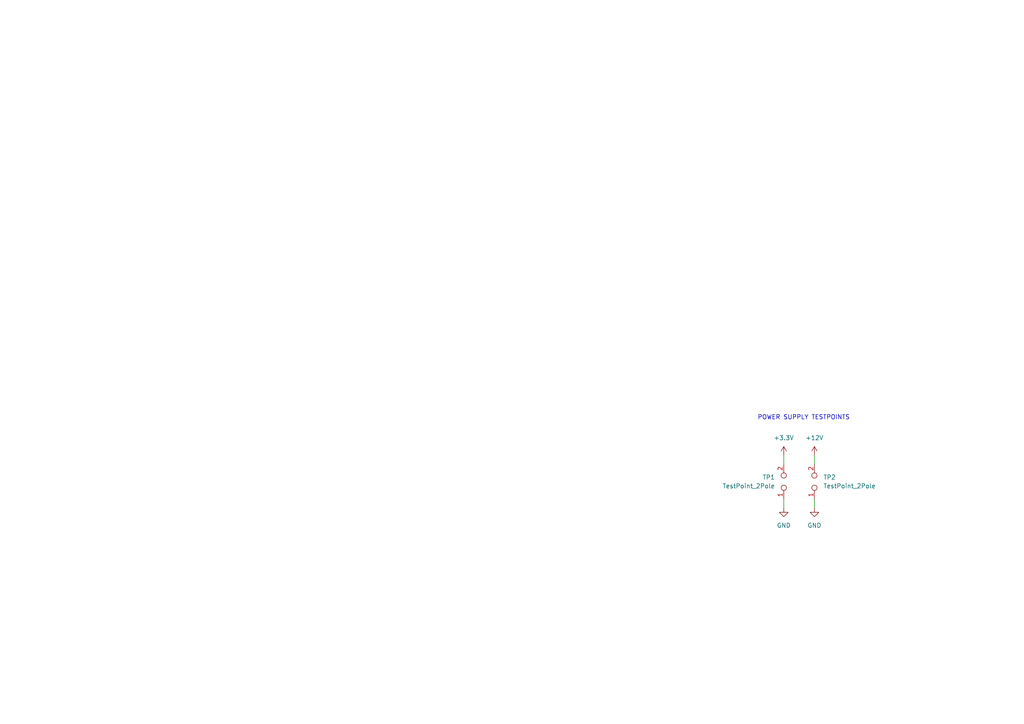
<source format=kicad_sch>
(kicad_sch (version 20230121) (generator eeschema)
  (paper "A4")
  (lib_symbols
    (symbol "Connector:TestPoint_2Pole" (pin_names (offset 0.762) hide)
      (property "Reference" "TP" (at 0 1.524 0))
      (property "Value" "TestPoint_2Pole" (at 0 -1.778 0))
      (symbol "TestPoint_2Pole_0_1"
        (circle (center -1.778 0) (radius 0.762))
        (circle (center 1.778 0) (radius 0.762))
        (pin passive line (at -5.08 0 0) (length 2.54) (name "1") (number "1"))
        (pin passive line (at 5.08 0 180) (length 2.54) (name "2") (number "2"))
      )
    )
    (symbol "power:+12V" (power) (pin_names (offset 0))
      (property "Value" "+12V" (at 0 3.556 0))
      (symbol "+12V_0_1"
        (polyline (pts (xy -0.762 1.27) (xy 0 2.54)))
        (polyline (pts (xy 0 0) (xy 0 2.54)))
        (polyline (pts (xy 0 2.54) (xy 0.762 1.27)))
      )
      (symbol "+12V_1_1"
        (pin power_in line (at 0 0 90) (length 0) hide (name "+12V") (number "1"))
      )
    )
    (symbol "power:+3.3V" (power) (pin_names (offset 0))
      (property "Value" "+3.3V" (at 0 3.556 0))
      (symbol "+3.3V_0_1"
        (polyline (pts (xy -0.762 1.27) (xy 0 2.54)))
        (polyline (pts (xy 0 0) (xy 0 2.54)))
        (polyline (pts (xy 0 2.54) (xy 0.762 1.27)))
      )
      (symbol "+3.3V_1_1"
        (pin power_in line (at 0 0 90) (length 0) hide (name "+3.3V") (number "1"))
      )
    )
    (symbol "power:GND" (power) (pin_names (offset 0))
      (property "Value" "GND" (at 0 -3.81 0))
      (symbol "GND_0_1"
        (polyline (pts (xy 0 0) (xy 0 -1.27) (xy 1.27 -1.27) (xy 0 -2.54) (xy -1.27 -1.27) (xy 0 -1.27)))
      )
      (symbol "GND_1_1"
        (pin power_in line (at 0 0 270) (length 0) hide (name "GND") (number "1"))
      )
    )
  )
  (wire (pts (xy 236.22 134.62) (xy 236.22 132.08)))
  (wire (pts (xy 227.33 134.62) (xy 227.33 132.08)))
  (wire (pts (xy 236.22 147.32) (xy 236.22 144.78)))
  (wire (pts (xy 227.33 147.32) (xy 227.33 144.78)))
  (text "POWER SUPPLY TESTPOINTS" (at 219.71 121.92 0) (effects (font (size 1.27 1.27)) (justify left bottom)))
  (symbol (lib_id "power:GND") (at 227.33 147.32 0) (unit 1)
    (property "Reference" "#PWR021" (effects hide))
    (property "Value" "GND" (at 227.33 152.4 0))
    (instances (project "RevA_Mecanismos" (path "" (reference "#PWR021") (unit 1))) (project "IO_module" (path "" (reference "#PWR0170") (unit 1))))
  )
  (symbol (lib_id "Connector:TestPoint_2Pole") (at 236.22 139.7 90) (unit 1)
    (property "Reference" "TP2" (at 238.76 138.43 90) (effects (justify right)))
    (property "Value" "TestPoint_2Pole" (at 238.76 140.97 90) (effects (justify right)))
    (property "Footprint" "TestPoint:TestPoint_2Pads_Pitch5.08mm_Drill1.3mm" (effects hide))
    (instances (project "RevA_Mecanismos" (path "" (reference "TP2") (unit 1))) (project "IO_module" (path "" (reference "TP4") (unit 1))))
  )
  (symbol (lib_id "power:+12V") (at 236.22 132.08 0) (unit 1)
    (property "Reference" "#PWR030" (effects hide))
    (property "Value" "+12V" (at 236.22 127 0))
    (instances (project "RevA_Mecanismos" (path "" (reference "#PWR030") (unit 1))) (project "IO_module" (path "" (reference "#PWR0172") (unit 1))))
  )
  (symbol (lib_id "power:GND") (at 236.22 147.32 0) (unit 1)
    (property "Reference" "#PWR028" (effects hide))
    (property "Value" "GND" (at 236.22 152.4 0))
    (instances (project "RevA_Mecanismos" (path "" (reference "#PWR028") (unit 1))) (project "IO_module" (path "" (reference "#PWR0171") (unit 1))))
  )
  (symbol (lib_id "power:+3.3V") (at 227.33 132.08 0) (unit 1)
    (property "Reference" "#PWR029" (effects hide))
    (property "Value" "+3.3V" (at 227.33 127 0))
    (instances (project "RevA_Mecanismos" (path "" (reference "#PWR029") (unit 1))) (project "IO_module" (path "" (reference "#PWR0173") (unit 1))))
  )
  (symbol (lib_id "Connector:TestPoint_2Pole") (at 227.33 139.7 90) (unit 1)
    (property "Reference" "TP1" (at 224.79 138.43 90) (effects (justify left)))
    (property "Value" "TestPoint_2Pole" (at 224.79 140.97 90) (effects (justify left)))
    (property "Footprint" "TestPoint:TestPoint_2Pads_Pitch5.08mm_Drill1.3mm" (effects hide))
    (instances (project "RevA_Mecanismos" (path "" (reference "TP1") (unit 1))) (project "IO_module" (path "" (reference "TP3") (unit 1))))
  )
)
</source>
